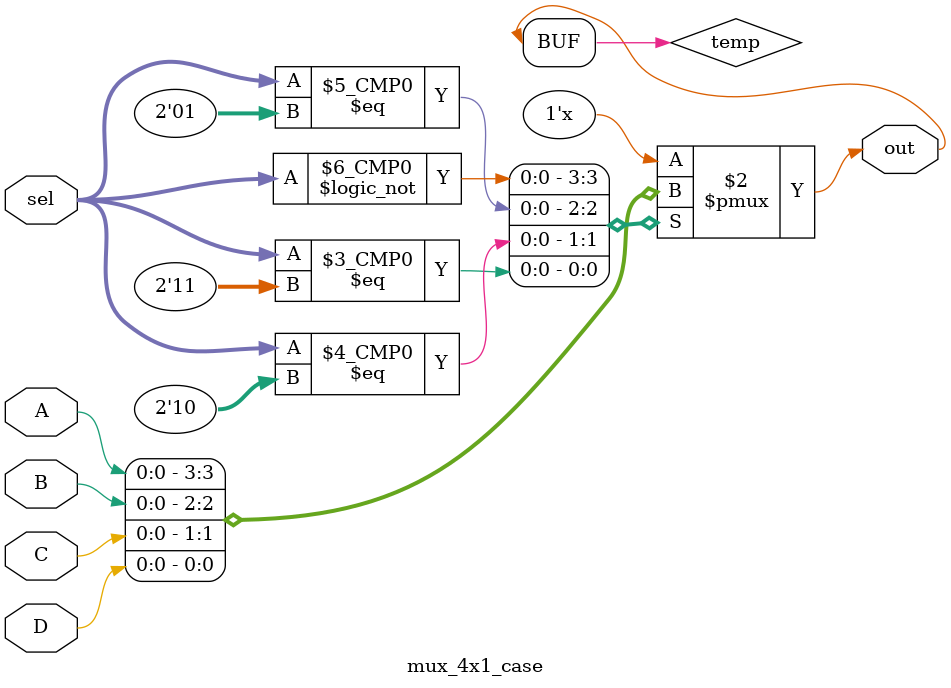
<source format=v>

`timescale 1ns / 1ps

module mux_4x1_case(
    input A,
    input B,
    input C,
    input D,
    input [1:0] sel,
    output out
    );
    reg temp;
    
    always@(*) begin
        case (sel)
            2'b00: temp = A;
            2'b01: temp = B;
            2'b10: temp = C;
            2'b11: temp = D;
        endcase
    end
    assign out = temp;
    
endmodule

</source>
